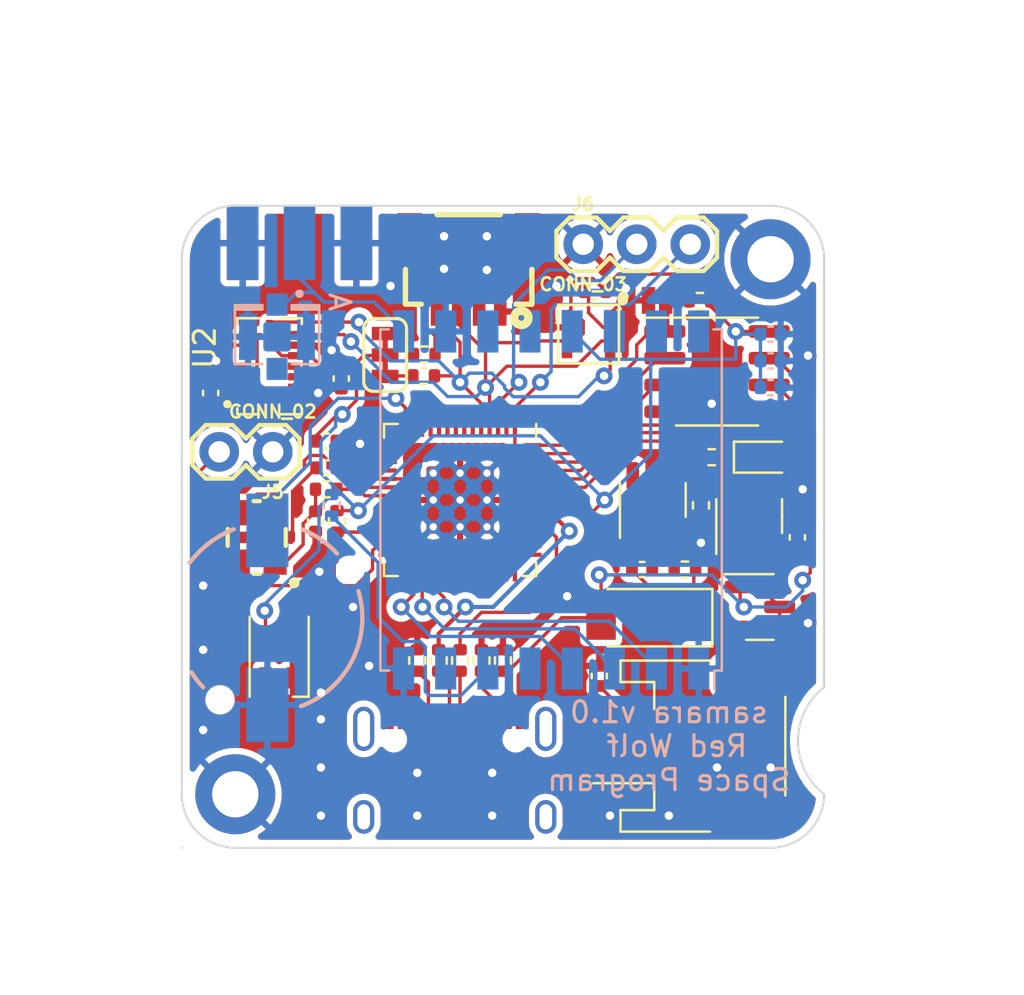
<source format=kicad_pcb>
(kicad_pcb (version 20211014) (generator pcbnew)
  (title_block (title "samara payload prototype") (company "Arkansas State University"))
  (layers (0 "F.Cu" signal) (31 "B.Cu" signal) (34 "B.Paste" user) (35 "F.Paste" user) (36 "B.SilkS" user "B.Silkscreen") (37 "F.SilkS" user "F.Silkscreen") (38 "B.Mask" user) (39 "F.Mask" user) (44 "Edge.Cuts" user))
  (net 0 "")
  (net 1 "/TX")
  (net 2 "/RX")
  (net 3 "/SDA")
  (net 4 "/SCL")
  (net 5 "/SCK")
  (net 6 "/PICO")
  (net 7 "/POCI")
  (net 8 "/ADR")
  (net 35 "Net-(P1-PadA6)")
  (net 36 "Net-(P1-PadA7)")
  (net 37 "Net-(P1-PadB5)")
  (net 39 "/RST")
  (net 40 "/NSS")
  (net 46 "+3V3")
  (net 48 "GND")
  (net 49 "Net-(C1-Pad2)")
  (net 50 "/QSPI_CS")
  (net 51 "/QSPI_DATA1")
  (net 52 "/QSPI_DATA2")
  (net 53 "/QSPI_DATA0")
  (net 54 "/QSPI_SCLK")
  (net 55 "/QSPI_DATA3")
  (net 56 "/D+")
  (net 57 "/D-")
  (net 58 "Net-(R11-Pad2)")
  (net 60 "VBUS")
  (net 61 "Net-(P1-PadA5)")
  (net 62 "+BATT")
  (net 63 "Net-(D1-Pad1)")
  (net 65 "Net-(C2-Pad2)")
  (net 66 "Net-(C4-Pad1)")
  (net 67 "Net-(R2-Pad2)")
  (net 68 "Net-(R8-Pad2)")
  (net 69 "Net-(R9-Pad1)")
  (net 70 "Net-(R14-Pad2)")
  (net 71 "/LED1")
  (net 73 "Net-(JP1-Pad3)")
  (net 74 "Net-(JP1-Pad1)")
  (net 76 "/BUZZ")
  (net 86 "Net-(J5-Pad2)")
  (net 87 "Net-(J2-Pad1)")
  (footprint "Connectors:1X02" (layer "F.Cu") (at 133.858 120.904 180)
    (fp_text reference "J5")
    (fp_text value "CONN_02")
  )
  (footprint "Resistor_SMD:R_0402_1005Metric" (layer "F.Cu") (at 141.0462 116.2812)
    (fp_text reference "R19" hide)
    (fp_text value "4.7K" hide)
  )
  (footprint "Package_TO_SOT_SMD:SOT-23" (layer "F.Cu") (at 156.972 128.27)
    (fp_text reference "Q1" hide)
    (fp_text value "DMG3418L" hide)
  )
  (footprint "Resistor_SMD:R_0402_1005Metric" (layer "F.Cu") (at 149.1488 113.284 180)
    (fp_text reference "R14" hide)
    (fp_text value "4.7K" hide)
  )
  (footprint "LED_SMD:LED_SK6805_PLCC4_2.4x2.7mm_P1.3mm" (layer "F.Cu") (at 134.1628 130.6322 90)
    (fp_text reference "D3" hide)
    (fp_text value "SK6805" hide)
  )
  (footprint "Package_SO:SOIC-8_3.9x4.9mm_P1.27mm" (layer "F.Cu") (at 154.94 117.094)
    (fp_text reference "U4" hide)
    (fp_text value "W25Q16JVSNIQ" hide)
  )
  (footprint "Capacitor_SMD:C_0402_1005Metric" (layer "F.Cu") (at 151.384 126.492)
    (fp_text reference "C4" hide)
    (fp_text value "10uF" hide)
  )
  (footprint "Resistor_SMD:R_0402_1005Metric" (layer "F.Cu") (at 153.416 126.492 180)
    (fp_text reference "R11" hide)
    (fp_text value "10K" hide)
  )
  (footprint "Resistor_SMD:R_0402_1005Metric" (layer "F.Cu") (at 136.398 122.682)
    (fp_text reference "R2" hide)
    (fp_text value "1K" hide)
  )
  (footprint "Connector_USB:USB_C_Receptacle_XKB_U262-16XN-4BVC11" (layer "F.Cu") (at 142.494 137.16)
    (fp_text reference "P1" hide)
    (fp_text value "USB_C_Plug_USB2.0" hide)
  )
  (footprint "Capacitor_SMD:C_0402_1005Metric" (layer "F.Cu") (at 136.398 120.396)
    (fp_text reference "C8" hide)
    (fp_text value "0.1uF" hide)
  )
  (footprint "Capacitor_SMD:C_0402_1005Metric" (layer "F.Cu") (at 149.352 131.544 90)
    (fp_text reference "C3" hide)
    (fp_text value "10uF" hide)
  )
  (footprint "Resistor_SMD:R_0402_1005Metric" (layer "F.Cu") (at 154.686 121.158 180)
    (fp_text reference "R8" hide)
    (fp_text value "10K" hide)
  )
  (footprint "Diode_SMD:D_SOD-128" (layer "F.Cu") (at 151.638 128.778 180)
    (fp_text reference "D2" hide)
    (fp_text value "D_Schottky_Small" hide)
  )
  (footprint "Silicon-Standard:LGA-8-2.5X2.5" (layer "F.Cu") (at 148.844 115.316 -90)
    (fp_text reference "U3" hide)
    (fp_text value "BME280" hide)
  )
  (footprint "Package_TO_SOT_SMD:SOT-23-5" (layer "F.Cu") (at 151.892 123.19 90)
    (fp_text reference "U7" hide)
    (fp_text value "LDS3985M33R" hide)
  )
  (footprint "Capacitor_SMD:C_0402_1005Metric" (layer "F.Cu") (at 135.89 124.206 90)
    (fp_text reference "C1" hide)
    (fp_text value "22pF" hide)
  )
  (footprint "Connectors:1X04_1MM_RA" (layer "F.Cu") (at 143.1544 114.243485 180)
    (fp_text reference "J3" hide)
    (fp_text value "I2C_STANDARDQWIIC" hide)
  )
  (footprint "Resistor_SMD:R_0402_1005Metric" (layer "F.Cu") (at 143.764 130.81 90)
    (fp_text reference "R7" hide)
    (fp_text value "5.1K" hide)
  )
  (footprint "Capacitor_SMD:C_0402_1005Metric" (layer "F.Cu") (at 137.1092 117.4242 -90)
    (fp_text reference "C6" hide)
    (fp_text value "10uF" hide)
  )
  (footprint "MountingHole:MountingHole_2.2mm_M2_DIN965_Pad_TopBottom" (layer "F.Cu") (at 157.48 111.76)
    (fp_text reference "H1" hide)
    (fp_text value "MountingHole_Pad" hide)
  )
  (footprint "Connectors:1X03" (layer "F.Cu") (at 148.59 111.0488)
    (fp_text reference "J6")
    (fp_text value "CONN_03")
  )
  (footprint "Package_TO_SOT_SMD:SOT-23-5" (layer "F.Cu") (at 156.464 123.952 90)
    (fp_text reference "U6" hide)
    (fp_text value "MCP73831" hide)
  )
  (footprint "Resistor_SMD:R_0402_1005Metric" (layer "F.Cu") (at 154.1272 113.7412 180)
    (fp_text reference "R3" hide)
    (fp_text value "10K" hide)
  )
  (footprint "Capacitor_SMD:C_0402_1005Metric" (layer "F.Cu") (at 130.9116 118.11 -90)
    (fp_text reference "C9" hide)
    (fp_text value "0.1uF" hide)
  )
  (footprint "Resistor_SMD:R_0402_1005Metric" (layer "F.Cu") (at 154.178 123.444 -90)
    (fp_text reference "R9" hide)
    (fp_text value "5.1K" hide)
  )
  (footprint "Resistor_SMD:R_0402_1005Metric" (layer "F.Cu") (at 136.906 124.206 -90)
    (fp_text reference "R1" hide)
    (fp_text value "10K" hide)
  )
  (footprint "MCU_RaspberryPi_and_Boards:RP2040-QFN-56" (layer "F.Cu") (at 142.748 123.19 -90)
    (fp_text reference "U1" hide)
    (fp_text value "RP2040" hide)
  )
  (footprint "BMI085:PQFN50P450X300X100-16N" (layer "F.Cu") (at 133.7056 116.84 90)
    (fp_text reference "U2")
    (fp_text value "BMI085")
  )
  (footprint "Capacitor_SMD:C_0402_1005Metric" (layer "F.Cu") (at 136.398 121.666)
    (fp_text reference "C2" hide)
    (fp_text value "22pF" hide)
  )
  (footprint "Resistor_SMD:R_0402_1005Metric" (layer "F.Cu") (at 141.0208 117.2972 180)
    (fp_text reference "R18" hide)
    (fp_text value "4.7K" hide)
  )
  (footprint "Capacitor_SMD:C_0402_1005Metric" (layer "F.Cu") (at 158.75 124.968 -90)
    (fp_text reference "C7" hide)
    (fp_text value "1uF" hide)
  )
  (footprint "Connector_JST:JST_PH_S2B-PH-SM4-TB_1x02-1MP_P2.00mm_Horizontal" (layer "F.Cu") (at 153.67 134.874 90)
    (fp_text reference "J1" hide)
    (fp_text value "CONN_02JST-PTH-2" hide)
  )
  (footprint "Resistor_SMD:R_0402_1005Metric" (layer "F.Cu") (at 141.732 130.81 90)
    (fp_text reference "R5" hide)
    (fp_text value "27" hide)
  )
  (footprint "Jumpers:SMT-JUMPER_3_2-NC_TRACE_SILK" (layer "F.Cu") (at 139.192 116.3066 -90)
    (fp_text reference "JP1" hide)
    (fp_text value "JUMPER-SMT_3_2-NC" hide)
  )
  (footprint "Resistor_SMD:R_0402_1005Metric" (layer "F.Cu") (at 140.716 130.81 90)
    (fp_text reference "R6" hide)
    (fp_text value "5.1K" hide)
  )
  (footprint "LED_SMD:LED_0603_1608Metric" (layer "F.Cu") (at 157.226 121.158)
    (fp_text reference "D1" hide)
    (fp_text value "LED" hide)
  )
  (footprint "Clocks:CRYSTAL-SMD-3.2X2.5MM" (layer "F.Cu") (at 133.096 124.968 90)
    (fp_text reference "Y1" hide)
    (fp_text value "CRYSTAL-12MHZ\"" hide)
  )
  (footprint "MountingHole:MountingHole_2.2mm_M2_DIN965_Pad_TopBottom" (layer "F.Cu") (at 132.08 137.16)
    (fp_text reference "H2" hide)
    (fp_text value "MountingHole_Pad" hide)
  )
  (footprint "Resistor_SMD:R_0402_1005Metric" (layer "F.Cu") (at 144.78 130.81 90)
    (fp_text reference "R10" hide)
    (fp_text value "10K" hide)
  )
  (footprint "Jumpers:SMT-JUMPER_2_NO_NO-SILK" (layer "F.Cu") (at 152.0952 113.7158)
    (fp_text reference "JP2" hide)
    (fp_text value "SolderJumper_2_Open" hide)
  )
  (footprint "Resistor_SMD:R_0402_1005Metric" (layer "F.Cu") (at 142.748 130.81 90)
    (fp_text reference "R4" hide)
    (fp_text value "27" hide)
  )
  (footprint "Connectors:U.FL" (layer "B.Cu") (at 134.0612 115.443 90)
    (fp_text reference "J4" hide)
    (fp_text value "U.FL" hide)
  )
  (footprint "Resistor_SMD:R_0402_1005Metric" (layer "B.Cu") (at 136.652 123.444 -90)
    (fp_text reference "R13" hide)
    (fp_text value "10K" hide)
  )
  (footprint "Capacitor_SMD:C_0402_1005Metric" (layer "B.Cu") (at 157.48 116.586 180)
    (fp_text reference "C12" hide)
    (fp_text value "100nF" hide)
  )
  (footprint "Electromechanical:BUZZER-CCV-KIT" (layer "B.Cu") (at 133.604 128.778 90)
    (fp_text reference "LS1" hide)
    (fp_text value "CBT-09427-SMT-TR" hide)
  )
  (footprint "Capacitor_SMD:C_0402_1005Metric" (layer "B.Cu") (at 157.48 117.856)
    (fp_text reference "C5" hide)
    (fp_text value "10uF" hide)
  )
  (footprint "CON-SMA-EDGE-S:RFSOLUTIONS_CON-SMA-EDGE-S" (layer "B.Cu") (at 135.128 110.998 -90)
    (fp_text reference "J2" hide)
    (fp_text value "CON-SMA-EDGE-S")
  )
  (footprint "Capacitor_SMD:C_0402_1005Metric" (layer "B.Cu") (at 157.48 115.316 180)
    (fp_text reference "C11" hide)
    (fp_text value "100nF" hide)
  )
  (footprint "RF_Module:HOPERF_RFM9XW_SMD" (layer "B.Cu") (at 147.066 123.19 90)
    (fp_text reference "U5" hide)
    (fp_text value "RFM95W-915S2" hide)
  )
  (gr_line (start 129.54 139.7) (end 129.54 139.7) (layer "Edge.Cuts") (width 0.1))
  (gr_arc (start 157.48 109.22) (mid 159.276051 109.963949) (end 160.02 111.76) (layer "Edge.Cuts") (width 0.1))
  (gr_arc (start 129.54 111.76) (mid 130.283949 109.963949) (end 132.08 109.22) (layer "Edge.Cuts") (width 0.1))
  (gr_line (start 132.08 109.22) (end 157.48 109.22) (layer "Edge.Cuts") (width 0.1))
  (gr_line (start 157.48 139.7) (end 132.08 139.7) (layer "Edge.Cuts") (width 0.1))
  (gr_arc (start 160.02 137.16) (mid 159.276051 138.956051) (end 157.48 139.7) (layer "Edge.Cuts") (width 0.1))
  (gr_line (start 129.54 137.16) (end 129.54 111.76) (layer "Edge.Cuts") (width 0.1))
  (gr_arc (start 132.08 139.7) (mid 130.283949 138.956051) (end 129.54 137.16) (layer "Edge.Cuts") (width 0.1))
  (gr_arc (start 160.02 137.16) (mid 158.781419 134.62) (end 160.02 132.08) (layer "Edge.Cuts") (width 0.1))
  (gr_line (start 160.02 132.08) (end 160.02 111.76) (layer "Edge.Cuts") (width 0.1))
  (gr_text "samara v1.0\nRed Wolf \nSpace Program" (at 152.654 134.874) (layer "B.SilkS") (effects (font (size 1 1)) (justify mirror)))
  (gr_text "A" (at 137.033 113.792 270) (layer "B.SilkS") (effects (font (size 1 1)) (justify mirror)))
  (segment (start 144.948 119.7525) (end 144.948 119.212) (width 0.16) (layer "F.Cu") (net 1))
  (segment (start 144.948 119.212) (end 146.558 117.602) (width 0.16) (layer "F.Cu") (net 1))
  (via (at 146.558 117.602) (size 0.8) (drill 0.4) (layers "F.Cu" "B.Cu") (net 1))
  (segment (start 150.808311 113.910489) (end 147.286489 113.910489) (width 0.16) (layer "B.Cu") (net 1))
  (segment (start 147.066 117.094) (end 146.558 117.602) (width 0.16) (layer "B.Cu") (net 1))
  (segment (start 147.066 114.130978) (end 147.066 117.094) (width 0.16) (layer "B.Cu") (net 1))
  (segment (start 147.286489 113.910489) (end 147.066 114.130978) (width 0.16) (layer "B.Cu") (net 1))
  (segment (start 153.67 111.0488) (end 150.808311 113.910489) (width 0.16) (layer "B.Cu") (net 1))
  (segment (start 144.548 119.7525) (end 144.548 118.596) (width 0.16) (layer "F.Cu") (net 2))
  (segment (start 144.548 118.596) (end 145.542 117.602) (width 0.16) (layer "F.Cu") (net 2))
  (via (at 145.542 117.602) (size 0.8) (drill 0.4) (layers "F.Cu" "B.Cu") (net 2))
  (segment (start 147.828 112.268) (end 146.928978 112.268) (width 0.16) (layer "B.Cu") (net 2))
  (segment (start 151.13 111.0488) (end 149.4028 112.776) (width 0.16) (layer "B.Cu") (net 2))
  (segment (start 146.928978 112.268) (end 145.286489 113.910489) (width 0.16) (layer "B.Cu") (net 2))
  (segment (start 149.4028 112.776) (end 148.336 112.776) (width 0.16) (layer "B.Cu") (net 2))
  (segment (start 145.286489 117.346489) (end 145.542 117.602) (width 0.16) (layer "B.Cu") (net 2))
  (segment (start 145.286489 113.910489) (end 145.286489 117.346489) (width 0.16) (layer "B.Cu") (net 2))
  (segment (start 148.336 112.776) (end 147.828 112.268) (width 0.16) (layer "B.Cu") (net 2))
  (segment (start 142.65656 114.84356) (end 142.65656 114.243485) (width 0.16) (layer "F.Cu") (net 3))
  (segment (start 141.5562 116.2812) (end 141.5562 115.3942) (width 0.16) (layer "F.Cu") (net 3))
  (segment (start 144.148 118.04104) (end 144.148 119.7525) (width 0.16) (layer "F.Cu") (net 3))
  (segment (start 143.955444 117.848484) (end 144.148 118.04104) (width 0.16) (layer "F.Cu") (net 3))
  (segment (start 144.963928 116.84) (end 148.25728 116.84) (width 0.16) (layer "F.Cu") (net 3))
  (segment (start 142.65656 113.44656) (end 142.65656 114.243485) (width 0.16) (layer "F.Cu") (net 3))
  (segment (start 149.4587 115.63858) (end 149.86762 115.63858) (width 0.16) (layer "F.Cu") (net 3))
  (segment (start 134.8656 115.34) (end 137.23904 115.34) (width 0.16) (layer "F.Cu") (net 3))
  (segment (start 141.5562 115.3942) (end 141.359366 115.197366) (width 0.16) (layer "F.Cu") (net 3))
  (segment (start 142.494 113.284) (end 142.65656 113.44656) (width 0.16) (layer "F.Cu") (net 3))
  (segment (start 148.25728 116.84) (end 149.4587 115.63858) (width 0.16) (layer "F.Cu") (net 3))
  (segment (start 143.955444 116.142444) (end 142.65656 114.84356) (width 0.16) (layer "F.Cu") (net 3))
  (segment (start 141.359366 115.197366) (end 141.076569 115.197366) (width 0.16) (layer "F.Cu") (net 3))
  (segment (start 141.076569 115.197366) (end 141.076569 113.289604) (width 0.16) (layer "F.Cu") (net 3))
  (segment (start 141.076569 113.289604) (end 141.082173 113.284) (width 0.16) (layer "F.Cu") (net 3))
  (segment (start 143.955444 117.848484) (end 143.955444 116.142444) (width 0.16) (layer "F.Cu") (net 3))
  (segment (start 143.955444 117.848484) (end 144.963928 116.84) (width 0.16) (layer "F.Cu") (net 3))
  (segment (start 141.082173 113.284) (end 142.494 113.284) (width 0.16) (layer "F.Cu") (net 3))
  (segment (start 137.23904 115.34) (end 137.56852 115.66948) (width 0.16) (layer "F.Cu") (net 3))
  (via (at 137.56852 115.66948) (size 0.8) (drill 0.4) (layers "F.Cu" "B.Cu") (net 3))
  (via (at 143.955444 117.848484) (size 0.8) (drill 0.4) (layers "F.Cu" "B.Cu") (net 3))
  (segment (start 142.157511 118.281511) (end 141.478 117.602) (width 0.16) (layer "B.Cu") (net 3))
  (segment (start 143.955444 117.848484) (end 143.522417 118.281511) (width 0.16) (layer "B.Cu") (net 3))
  (segment (start 143.522417 118.281511) (end 142.157511 118.281511) (width 0.16) (layer "B.Cu") (net 3))
  (segment (start 141.478 117.602) (end 139.50104 117.602) (width 0.16) (layer "B.Cu") (net 3))
  (segment (start 139.50104 117.602) (end 137.56852 115.66948) (width 0.16) (layer "B.Cu") (net 3))
  (segment (start 133.890809 114.744791) (end 133.7056 114.93) (width 0.16) (layer "F.Cu") (net 4))
  (segment (start 141.6558 114.243485) (end 141.6558 114.618135) (width 0.16) (layer "F.Cu") (net 4))
  (segment (start 143.748 118.602) (end 142.748 117.602) (width 0.16) (layer "F.Cu") (net 4))
  (segment (start 141.5308 117.2972) (end 142.4432 117.2972) (width 0.16) (layer "F.Cu") (net 4))
  (segment (start 149.86762 116.28882) (end 149.86762 117.01018) (width 0.16) (layer "F.Cu") (net 4))
  (segment (start 143.748 119.7525) (end 143.748 118.602) (width 0.16) (layer "F.Cu") (net 4))
  (segment (start 141.6558 114.618135) (end 142.748 115.710335) (width 0.16) (layer "F.Cu") (net 4))
  (segment (start 142.748 115.710335) (end 142.748 117.602) (width 0.16) (layer "F.Cu") (net 4))
  (segment (start 137.947936 114.744791) (end 133.890809 114.744791) (width 0.16) (layer "F.Cu") (net 4))
  (segment (start 142.4432 117.2972) (end 142.748 117.602) (width 0.16) (layer "F.Cu") (net 4))
  (segment (start 149.86762 117.01018) (end 149.5806 117.2972) (width 0.16) (layer "F.Cu") (net 4))
  (via (at 149.5806 117.2972) (size 0.8) (drill 0.4) (layers "F.Cu" "B.Cu") (net 4))
  (via (at 142.748 117.602) (size 0.8) (drill 0.4) (layers "F.Cu" "B.Cu") (net 4))
  (via (at 137.947936 114.744791) (size 0.8) (drill 0.4) (layers "F.Cu" "B.Cu") (net 4))
  (segment (start 145.266825 118.2878) (end 148.3614 118.2878) (width 0.16) (layer "B.Cu") (net 4))
  (segment (start 137.947936 114.744791) (end 137.947936 115.087936) (width 0.16) (layer "B.Cu") (net 4))
  (segment (start 144.862489 117.883464) (end 145.266825 118.2878) (width 0.16) (layer "B.Cu") (net 4))
  (segment (start 142.748 117.602) (end 143.181027 117.168973) (width 0.16) (layer "B.Cu") (net 4))
  (segment (start 149.352 117.2972) (end 149.5806 117.2972) (width 0.16) (layer "B.Cu") (net 4))
  (segment (start 141.732 116.586) (end 142.748 117.602) (width 0.16) (layer "B.Cu") (net 4))
  (segment (start 137.947936 115.087936) (end 139.446 116.586) (width 0.16) (layer "B.Cu") (net 4))
  (segment (start 143.181027 117.168973) (end 144.251662 117.168973) (width 0.16) (layer "B.Cu") (net 4))
  (segment (start 144.251662 117.168973) (end 144.862489 117.7798) (width 0.16) (layer "B.Cu") (net 4))
  (segment (start 139.446 116.586) (end 141.732 116.586) (width 0.16) (layer "B.Cu") (net 4))
  (segment (start 144.862489 117.7798) (end 144.862489 117.883464) (width 0.16) (layer "B.Cu") (net 4))
  (segment (start 148.3614 118.2878) (end 149.352 117.2972) (width 0.16) (layer "B.Cu") (net 4))
  (segment (start 140.548 127.676) (end 139.954 128.27) (width 0.16) (layer "F.Cu") (net 5))
  (segment (start 140.548 126.6275) (end 140.548 127.676) (width 0.16) (layer "F.Cu") (net 5))
  (via (at 139.954 128.27) (size 0.8) (drill 0.4) (layers "F.Cu" "B.Cu") (net 5))
  (segment (start 141.352551 129.668551) (end 139.954 128.27) (width 0.16) (layer "B.Cu") (net 5))
  (segment (start 148.066 131.19) (end 146.544551 129.668551) (width 0.16) (layer "B.Cu") (net 5))
  (segment (start 146.544551 129.668551) (end 141.352551 129.668551) (width 0.16) (layer "B.Cu") (net 5))
  (segment (start 140.948 126.6275) (end 140.948 128.248) (width 0.16) (layer "F.Cu") (net 6))
  (segment (start 140.948 128.248) (end 140.97 128.27) (width 0.16) (layer "F.Cu") (net 6))
  (via (at 140.97 128.27) (size 0.8) (drill 0.4) (layers "F.Cu" "B.Cu") (net 6))
  (segment (start 148.185031 129.309031) (end 142.009031 129.309031) (width 0.16) (layer "B.Cu") (net 6))
  (segment (start 150.066 131.19) (end 148.185031 129.309031) (width 0.16) (layer "B.Cu") (net 6))
  (segment (start 142.009031 129.309031) (end 140.97 128.27) (width 0.16) (layer "B.Cu") (net 6))
  (segment (start 141.348 126.6275) (end 141.348 127.183511) (width 0.16) (layer "F.Cu") (net 7))
  (segment (start 141.986 127.821511) (end 141.986 128.27) (width 0.16) (layer "F.Cu") (net 7))
  (segment (start 141.348 127.183511) (end 141.986 127.821511) (width 0.16) (layer "F.Cu") (net 7))
  (via (at 141.986 128.27) (size 0.8) (drill 0.4) (layers "F.Cu" "B.Cu") (net 7))
  (segment (start 149.825511 128.949511) (end 142.665511 128.949511) (width 0.16) (layer "B.Cu") (net 7))
  (segment (start 152.066 131.19) (end 149.825511 128.949511) (width 0.16) (layer "B.Cu") (net 7))
  (segment (start 142.665511 128.949511) (end 141.986 128.27) (width 0.16) (layer "B.Cu") (net 7))
  (segment (start 141.734 131.32) (end 142.244 131.83) (width 0.16) (layer "F.Cu") (net 35))
  (segment (start 141.732 131.32) (end 141.734 131.32) (width 0.16) (layer "F.Cu") (net 35))
  (segment (start 142.244 131.83) (end 142.244 133.49) (width 0.16) (layer "F.Cu") (net 35))
  (segment (start 142.744 131.324) (end 142.744 133.49) (width 0.16) (layer "F.Cu") (net 36))
  (segment (start 142.748 131.32) (end 142.744 131.324) (width 0.16) (layer "F.Cu") (net 36))
  (segment (start 144.244 132.56) (end 144.244 133.49) (width 0.16) (layer "F.Cu") (net 37))
  (segment (start 143.764 132.08) (end 144.244 132.56) (width 0.16) (layer "F.Cu") (net 37))
  (segment (start 143.764 131.32) (end 143.764 132.08) (width 0.16) (layer "F.Cu") (net 37))
  (segment (start 144.066 131.19) (end 142.786489 132.469511) (width 0.16) (layer "B.Cu") (net 39))
  (segment (start 138.855511 126.157511) (end 136.652 123.954) (width 0.16) (layer "B.Cu") (net 39))
  (segment (start 141.286489 132.469511) (end 141.097 132.280022) (width 0.16) (layer "B.Cu") (net 39))
  (segment (start 138.855511 128.746311) (end 138.855511 126.157511) (width 0.16) (layer "B.Cu") (net 39))
  (segment (start 141.097 132.280022) (end 141.097 130.161978) (width 0.16) (layer "B.Cu") (net 39))
  (segment (start 140.845511 129.910489) (end 140.019689 129.910489) (width 0.16) (layer "B.Cu") (net 39))
  (segment (start 141.097 130.161978) (end 140.845511 129.910489) (width 0.16) (layer "B.Cu") (net 39))
  (segment (start 140.019689 129.910489) (end 138.855511 128.746311) (width 0.16) (layer "B.Cu") (net 39))
  (segment (start 142.786489 132.469511) (end 141.286489 132.469511) (width 0.16) (layer "B.Cu") (net 39))
  (segment (start 146.193288 115.63858) (end 147.82038 115.63858) (width 0.16) (layer "F.Cu") (net 46))
  (segment (start 150.942 122.0525) (end 150.7435 122.0525) (width 0.16) (layer "F.Cu") (net 46))
  (segment (start 144.5006 115.7224) (end 146.109468 115.7224) (width 0.16) (layer "F.Cu") (net 46))
  (segment (start 138.176 116.332) (end 138.78548 116.332) (width 0.16) (layer "F.Cu") (net 46))
  (segment (start 136.2482 116.9442) (end 137.1092 116.9442) (width 0.16) (layer "F.Cu") (net 46))
  (segment (start 143.65224 114.87404) (end 144.5006 115.7224) (width 0.16) (layer "F.Cu") (net 46))
  (segment (start 148.589035 114.702915) (end 148.2293 114.34318) (width 0.16) (layer "F.Cu") (net 46))
  (segment (start 145.348 119.7525) (end 145.348 123.456011) (width 0.16) (layer "F.Cu") (net 46))
  (segment (start 131.2016 117.34) (end 130.9116 117.63) (width 0.16) (layer "F.Cu") (net 46))
  (segment (start 133.11512 117.102077) (end 133.11512 115.53552) (width 0.16) (layer "F.Cu") (net 46))
  (segment (start 145.681989 123.79) (end 145.46848 124.003509) (width 0.16) (layer "F.Cu") (net 46))
  (segment (start 137.922 116.586) (end 138.176 116.332) (width 0.16) (layer "F.Cu") (net 46))
  (segment (start 137.1092 116.9442) (end 137.5638 116.9442) (width 0.16) (layer "F.Cu") (net 46))
  (segment (start 143.65224 114.243485) (end 143.65224 114.87404) (width 0.16) (layer "F.Cu") (net 46))
  (segment (start 132.877197 117.34) (end 133.11512 117.102077) (width 0.16) (layer "F.Cu") (net 46))
  (segment (start 133.11512 115.53552) (end 132.9196 115.34) (width 0.16) (layer "F.Cu") (net 46))
  (segment (start 149.606 123.19) (end 149.006 123.79) (width 0.16) (layer "F.Cu") (net 46))
  (segment (start 135.644 116.34) (end 136.2482 116.9442) (width 0.16) (layer "F.Cu") (net 46))
  (segment (start 154.6372 113.7412) (end 153.362909 112.466909) (width 0.16) (layer "F.Cu") (net 46))
  (segment (start 137.830671 116.677329) (end 137.922 116.586) (width 0.16) (layer "F.Cu") (net 46))
  (segment (start 132.5456 117.34) (end 131.2016 117.34) (width 0.16) (layer "F.Cu") (net 46))
  (segment (start 137.830671 118.455329) (end 137.830671 116.677329) (width 0.16) (layer "F.Cu") (net 46))
  (segment (start 145.348 123.456011) (end 145.681989 123.79) (width 0.16) (layer "F.Cu") (net 46))
  (segment (start 148.2293 114.34318) (end 147.82038 114.34318) (width 0.16) (layer "F.Cu") (net 46))
  (segment (start 148.332101 112.68448) (end 148.0058 113.010781) (width 0.16) (layer "F.Cu") (net 46))
  (segment (start 146.1855 123.79) (end 145.681989 123.79) (width 0.16) (layer "F.Cu") (net 46))
  (segment (start 137.92 123.696) (end 137.922 123.698) (width 0.16) (layer "F.Cu") (net 46))
  (segment (start 133.5128 129.6322) (end 133.5128 128.4836) (width 0.16) (layer "F.Cu") (net 46))
  (segment (start 137.5638 116.9442) (end 137.922 116.586) (width 0.16) (layer "F.Cu") (net 46))
  (segment (start 145.46848 125.176491) (end 145.681989 125.39) (width 0.16) (layer "F.Cu") (net 46))
  (segment (start 150.270691 112.466909) (end 149.7838 112.9538) (width 0.16) (layer "F.Cu") (net 46))
  (segment (start 134.284003 116.34) (end 134.8656 116.34) (width 0.16) (layer "F.Cu") (net 46))
  (segment (start 145.681989 125.39) (end 146.1855 125.39) (width 0.16) (layer "F.Cu") (net 46))
  (segment (start 148.0058 114.15776) (end 147.82038 114.34318) (width 0.16) (layer "F.Cu") (net 46))
  (segment (start 148.589035 115.278845) (end 148.589035 114.702915) (width 0.16) (layer "F.Cu") (net 46))
  (segment (start 132.9196 115.34) (end 132.5456 115.34) (width 0.16) (layer "F.Cu") (net 46))
  (segment (start 149.6588 113.284) (end 149.05928 112.68448) (width 0.16) (layer "F.Cu") (net 46))
  (segment (start 145.46848 124.003509) (end 145.46848 125.176491) (width 0.16) (layer "F.Cu") (net 46))
  (segment (start 150.7435 122.0525) (end 149.606 123.19) (width 0.16) (layer "F.Cu") (net 46))
  (segment (start 146.109468 115.7224) (end 146.193288 115.63858) (width 0.16) (layer "F.Cu") (net 46))
  (segment (start 148.0058 113.010781) (end 148.0058 114.15776) (width 0.16) (layer "F.Cu") (net 46))
  (segment (start 146.1855 125.39) (end 146.1855 125.79) (width 0.16) (layer "F.Cu") (net 46))
  (segment (start 153.362909 112.466909) (end 150.270691 112.466909) (width 0.16) (layer "F.Cu") (net 46))
  (segment (start 154.6372 113.7412) (end 154.6372 113.9972) (width 0.16) (layer "F.Cu") (net 46))
  (segment (start 137.16 119.126) (end 137.830671 118.455329) (width 0.16) (layer "F.Cu") (net 46))
  (segment (start 149.05928 112.68448) (end 148.332101 112.68448) (width 0.16) (layer "F.Cu") (net 46))
  (segment (start 133.5128 128.4836) (end 133.477 128.4478) (width 0.16) (layer "F.Cu") (net 46))
  (segment (start 132.5456 117.34) (end 132.877197 117.34) (width 0.16) (layer "F.Cu") (net 46))
  (segment (start 136.906 123.696) (end 137.92 123.696) (width 0.16) (layer "F.Cu") (net 46))
  (segment (start 132.5456 115.34) (end 133.284003 115.34) (width 0.16) (layer "F.Cu") (net 46))
  (segment (start 147.82038 115.63858) (end 148.2293 115.63858) (width 0.16) (layer "F.Cu") (net 46))
  (segment (start 155.829 115.189) (end 157.415 115.189) (width 0.16) (layer "F.Cu") (net 46))
  (segment (start 133.284003 115.34) (end 134.284003 116.34) (width 0.16) (layer "F.Cu") (net 46))
  (segment (start 154.6372 113.9972) (end 155.829 115.189) (width 0.16) (layer "F.Cu") (net 46))
  (segment (start 135.918 120.142) (end 136.934 119.126) (width 0.16) (layer "F.Cu") (net 46))
  (segment (start 136.934 119.126) (end 137.16 119.126) (width 0.16) (layer "F.Cu") (net 46))
  (segment (start 134.8656 116.34) (end 135.644 116.34) (width 0.16) (layer "F.Cu") (net 46))
  (segment (start 149.006 123.79) (end 146.1855 123.79) (width 0.16) (layer "F.Cu") (net 46))
  (segment (start 148.2293 115.63858) (end 148.589035 115.278845) (width 0.16) (layer "F.Cu") (net 46))
  (via (at 133.477 128.4478) (size 0.8) (drill 0.4) (layers "F.Cu" "B.Cu") (net 46))
  (via (at 155.829 115.189) (size 0.8) (drill 0.4) (layers "F.Cu" "B.Cu") (net 46))
  (via (at 137.922 123.698) (size 0.8) (drill 0.4) (layers "F.Cu" "B.Cu") (net 46))
  (via (at 149.606 123.19) (size 0.8) (drill 0.4) (layers "F.Cu" "B.Cu") (net 46))
  (via (at 137.16 119.126) (size 0.8) (drill 0.4) (layers "F.Cu" "B.Cu") (net 46))
  (segment (start 155.8036 116.5098) (end 155.829 116.4844) (width 0.16) (layer "B.Cu") (net 46))
  (segment (start 136.05248 125.56752) (end 136.05248 123.53352) (width 0.16) (layer "B.Cu") (net 46))
  (segment (start 151.7904 121.0056) (end 151.7904 116.5098) (width 0.16) (layer "B.Cu") (net 46))
  (segment (start 157 115.316) (end 155.956 115.316) (width 0.16) (layer "B.Cu") (net 46))
  (segment (start 149.606 123.19) (end 151.7904 121.0056) (width 0.16) (layer "B.Cu") (net 46))
  (segment (start 133.477 128.143) (end 136.05248 125.56752) (width 0.16) (layer "B.Cu") (net 46))
  (segment (start 151.7904 116.5098) (end 155.8036 116.5098) (width 0.16) (layer "B.Cu") (net 46))
  (segment (start 149.3858 116.5098) (end 151.7904 116.5098) (width 0.16) (layer "B.Cu") (net 46))
  (segment (start 157 116.586) (end 157 115.316) (width 0.16) (layer "B.Cu") (net 46))
  (segment (start 133.477 128.4478) (end 133.477 128.143) (width 0.16) (layer "B.Cu") (net 46))
  (segment (start 136.840009 119.445991) (end 136.840009 119.700429) (width 0.16) (layer "B.Cu") (net 46))
  (segment (start 149.606 123.19) (end 146.558 120.142) (width 0.16) (layer "B.Cu") (net 46))
  (segment (start 148.066 115.19) (end 149.3858 116.5098) (width 0.16) (layer "B.Cu") (net 46))
  (segment (start 136.840009 119.700429) (end 136.144 120.396438) (width 0.16) (layer "B.Cu") (net 46))
  (segment (start 157 117.856) (end 157 116.586) (width 0.16) (layer "B.Cu") (net 46))
  (segment (start 136.144 120.396438) (end 136.144 121.92) (width 0.16) (layer "B.Cu") (net 46))
  (segment (start 136.652 122.934) (end 137.158 122.934) (width 0.16) (layer "B.Cu") (net 46))
  (segment (start 155.829 115.189) (end 155.829 116.4844) (width 0.16) (layer "B.Cu") (net 46))
  (segment (start 141.478 120.142) (end 137.922 123.698) (width 0.16) (layer "B.Cu") (net 46))
  (segment (start 137.16 119.126) (end 136.840009 119.445991) (width 0.16) (layer "B.Cu") (net 46))
  (segment (start 136.05248 123.53352) (end 136.652 122.934) (width 0.16) (layer "B.Cu") (net 46))
  (segment (start 137.158 122.934) (end 137.922 123.698) (width 0.16) (layer "B.Cu") (net 46))
  (segment (start 155.956 115.316) (end 155.829 115.189) (width 0.16) (layer "B.Cu") (net 46))
  (segment (start 136.144 121.92) (end 137.922 123.698) (width 0.16) (layer "B.Cu") (net 46))
  (segment (start 146.558 120.142) (end 141.478 120.142) (width 0.16) (layer "B.Cu") (net 46))
  (segment (start 150.61142 113.59938) (end 149.86762 114.34318) (width 0.16) (layer "F.Cu") (net 48))
  (segment (start 151.269913 123.38548) (end 150.614087 123.38548) (width 0.16) (layer "F.Cu") (net 48))
  (segment (start 157.546433 123.952) (end 156.718 123.952) (width 0.16) (layer "F.Cu") (net 48))
  (segment (start 140.716 130.3) (end 139.444 131.572) (width 0.16) (layer "F.Cu") (net 48))
  (segment (start 134.799181 124.280819) (end 134.799181 124.673471) (width 0.16) (layer "F.Cu") (net 48))
  (segment (start 150.114 124.46) (end 147.828 126.746) (width 0.16) (layer "F.Cu") (net 48))
  (segment (start 136.878 120.396) (end 138.672 122.19) (width 0.16) (layer "F.Cu") (net 48))
  (segment (start 150.61142 113.14642) (end 150.61142 113.59938) (width 0.16) (layer "F.Cu") (net 48))
  (segment (start 131.4196 116.84) (end 131.1656 116.586) (width 0.16) (layer "F.Cu") (net 48))
  (segment (start 139.444 131.572) (end 139.444 133.49) (width 0.16) (layer "F.Cu") (net 48))
  (segment (start 131.9116 115.84) (end 131.1656 116.586) (width 0.16) (layer "F.Cu") (net 48))
  (segment (start 152.4 123.19) (end 151.892 123.698) (width 0.16) (layer "F.Cu") (net 48))
  (segment (start 154.305 118.999) (end 154.686 118.618) (width 0.16) (layer "F.Cu") (net 48))
  (segment (start 134.8656 115.84) (end 135.188759 115.84) (width 0.16) (layer "F.Cu") (net 48))
  (segment (start 157.99352 124.69152) (end 158.75 125.448) (width 0.16) (layer "F.Cu") (net 48))
  (segment (start 141.198 122.19) (end 141.473 121.915) (width 0.16) (layer "F.Cu") (net 48))
  (segment (start 135.918 121.666) (end 134.799181 122.784819) (width 0.16) (layer "F.Cu") (net 48))
  (segment (start 156.464 125.0895) (end 156.464 125.984) (width 0.16) (layer "F.Cu") (net 48))
  (segment (start 134.799181 122.784819) (end 134.799181 124.280819) (width 0.16) (layer "F.Cu") (net 48))
  (segment (start 132.5456 116.84) (end 131.4196 116.84) (width 0.16) (layer "F.Cu") (net 48))
  (segment (start 134.504652 124.968) (end 131.572 124.968) (width 0.16) (layer "F.Cu") (net 48))
  (segment (start 155.194 126.238) (end 154.178 125.222) (width 0.16) (layer "F.Cu") (net 48))
  (segment (start 138.672 122.19) (end 139.3105 122.19) (width 0.16) (layer "F.Cu") (net 48))
  (segment (start 135.89 124.686) (end 135.89 126.4158) (width 0.16) (layer "F.Cu") (net 48))
  (segment (start 144.78 130.3) (end 145.29 130.3) (width 0.16) (layer "F.Cu") (net 48))
  (segment (start 156.718 123.952) (end 156.464 124.206) (width 0.16) (layer "F.Cu") (net 48))
  (segment (start 132.5456 115.84) (end 131.9116 115.84) (width 0.16) (layer "F.Cu") (net 48))
  (segment (start 151.892 124.007567) (end 151.269913 123.38548) (width 0.16) (layer "F.Cu") (net 48))
  (segment (start 143.764 130.3) (end 144.78 130.3) (width 0.16) (layer "F.Cu") (net 48))
  (segment (start 156.464 125.984) (end 156.21 126.238) (width 0.16) (layer "F.Cu") (net 48))
  (segment (start 154.178 123.954) (end 153.414 123.19) (width 0.16) (layer "F.Cu") (net 48))
  (segment (start 151.892 126.464) (end 151.864 126.492) (width 0.16) (layer "F.Cu") (net 48))
  (segment (start 134.799181 124.673471) (end 134.504652 124.968) (width 0.16) (layer "F.Cu") (net 48))
  (segment (start 152.465 118.999) (end 154.305 118.999) (width 0.16) (layer "F.Cu") (net 48))
  (segment (start 145.29 130.3) (end 147.828 127.762) (width 0.16) (layer "F.Cu") (net 48))
  (segment (start 154.178 123.954) (end 154.178 125.222) (width 0.16) (layer "F.Cu") (net 48))
  (segment (start 135.273259 115.9245) (end 136.4985 115.9245) (width 0.16) (layer "F.Cu") (net 48))
  (segment (start 157.99352 124.399087) (end 157.546433 123.952) (width 0.16) (layer "F.Cu") (net 48))
  (segment (start 135.188759 115.84) (end 135.273259 115.9245) (width 0.16) (layer "F.Cu") (net 48))
  (segment (start 150.614087 123.38548) (end 150.114 123.885567) (width 0.16) (layer "F.Cu") (net 48))
  (segment (start 150.114 123.885567) (end 150.114 124.46) (width 0.16) (layer "F.Cu") (net 48))
  (segment (start 147.828 126.746) (end 147.828 127.762) (width 0.16) (layer "F.Cu") (net 48))
  (segment (start 139.3105 122.19) (end 141.198 122.19) (width 0.16) (layer "F.Cu") (net 48))
  (segment (start 151.892 123.698) (end 151.892 124.3275) (width 0.16) (layer "F.Cu") (net 48))
  (segment (start 153.414 123.19) (end 152.4 123.19) (width 0.16) (layer "F.Cu") (net 48))
  (segment (start 135.89 126.4158) (end 136.0678 126.5936) (width 0.16) (layer "F.Cu") (net 48))
  (segment (start 156.21 126.238) (end 155.194 126.238) (width 0.16) (layer "F.Cu") (net 48))
  (segment (start 151.892 124.3275) (end 151.892 126.464) (width 0.16) (layer "F.Cu") (net 48))
  (segment (start 136.4985 115.9245) (end 136.652 116.078) (width 0.16) (layer "F.Cu") (net 48))
  (segment (start 156.464 124.206) (end 156.464 125.0895) (width 0.16) (layer "F.Cu") (net 48))
  (segment (start 157.99352 124.69152) (end 157.99352 124.399087) (width 0.16) (layer "F.Cu") (net 48))
  (via (at 150.61142 113.14642) (size 0.8) (drill 0.4) (layers "F.Cu" "B.Cu") (net 48))
  (via (at 159.004 122.682) (size 0.8) (drill 0.4) (layers "F.Cu" "B.Cu") (net 48))
  (via (at 139.446 113.03) (size 0.8) (drill 0.4) (layers "F.Cu" "B.Cu") (net 48))
  (via (at 141.986 112.2172) (size 0.8) (drill 0.4) (layers "F.Cu" "B.Cu") (net 48))
  (via (at 131.1656 116.586) (size 0.8) (drill 0.4) (layers "F.Cu" "B.Cu") (net 48))
  (via (at 130.556 134.112) (size 0.8) (drill 0.4) (layers "F.Cu" "B.Cu") (net 48))
  (via (at 144.018 112.268) (size 0.8) (drill 0.4) (layers "F.Cu" "B.Cu") (net 48))
  (via (at 147.828 127.762) (size 0.8) (drill 0.4) (layers "F.Cu" "B.Cu") (net 48))
  (via (at 136.144 135.89) (size 0.8) (drill 0.4) (layers "F.Cu" "B.Cu") (net 48))
  (via (at 136.0678 126.5936) (size 0.8) (drill 0.4) (layers "F.Cu" "B.Cu") (net 48))
  (via (at 154.94 135.89) (size 0.8) (drill 0.4) (layers "F.Cu" "B.Cu") (net 48))
  (via (at 130.556 127.254) (size 0.8) (drill 0.4) (layers "F.Cu" "B.Cu") (net 48))
  (via (at 136.017 118.11) (size 0.8) (drill 0.4) (layers "F.Cu" "B.Cu") (net 48))
  (via (at 144.272 136.144) (size 0.8) (drill 0.4) (layers "F.Cu" "B.Cu") (net 48))
  (via (at 154.178 125.222) (size 0.8) (drill 0.4) (layers "F.Cu" "B.Cu") (net 48))
  (via (at 144.272 138.176) (size 0.8) (drill 0.4) (layers "F.Cu" "B.Cu") (net 48))
  (via (at 159.258 116.332) (size 0.8) (drill 0.4) (layers "F.Cu" "B.Cu") (net 48))
  (via (at 154.686 118.618) (size 0.8) (drill 0.4) (layers "F.Cu" "B.Cu") (net 48))
  (via (at 130.556 130.302) (size 0.8) (drill 0.4) (layers "F.Cu" "B.Cu") (net 48))
  (via (at 137.668 128.27) (size 0.8) (drill 0.4) (layers "F.Cu" "B.Cu") (net 48))
  (via (at 157.48 135.89) (size 0.8) (drill 0.4) (layers "F.Cu" "B.Cu") (net 48))
  (via (at 140.716 138.176) (size 0.8) (drill 0.4) (layers "F.Cu" "B.Cu") (net 48))
  (via (at 147.32 113.03) (size 0.8) (drill 0.4) (layers "F.Cu" "B.Cu") (net 48))
  (via (at 141.986 110.670458) (size 0.8) (drill 0.4) (layers "F.Cu" "B.Cu") (net 48))
  (via (at 159.258 129.032) (size 0.8) (drill 0.4) (layers "F.Cu" "B.Cu") (net 48))
  (via (at 137.9982 120.523) (size 0.8) (drill 0.4) (layers "F.Cu" "B.Cu") (net 48))
  (via (at 136.652 116.078) (size 0.8) (drill 0.4) (layers "F.Cu" "B.Cu") (net 48))
  (via (at 149.86 138.176) (size 0.8) (drill 0.4) (layers "F.Cu" "B.Cu") (net 48))
  (via (at 136.144 133.604) (size 0.8) (drill 0.4) (layers "F.Cu" "B.Cu") (net 48))
  (via (at 144.018 110.670458) (size 0.8) (drill 0.4) (layers "F.Cu" "B.Cu") (net 48))
  (via (at 136.144 132.334) (size 0.8) (drill 0.4) (layers "F.Cu" "B.Cu") (net 48))
  (via (at 140.716 136.144) (size 0.8) (drill 0.4) (layers "F.Cu" "B.Cu") (net 48))
  (via (at 152.654 138.176) (size 0.8) (drill 0.4) (layers "F.Cu" "B.Cu") (net 48))
  (via (at 136.144 138.176) (size 0.8) (drill 0.4) (layers "F.Cu" "B.Cu") (net 48))
  (via (at 138.43 131.064) (size 0.8) (drill 0.4) (layers "F.Cu" "B.Cu") (net 48))
  (segment (start 134.46252 126.14148) (end 133.96976 126.14148) (width 0.16) (layer "F.Cu") (net 49))
  (segment (start 135.89 122.684) (end 135.888 122.682) (width 0.16) (layer "F.Cu") (net 49))
  (segment (start 135.30048 124.31552) (end 135.30048 125.30352) (width 0.16) (layer "F.Cu") (net 49))
  (segment (start 135.30048 125.30352) (end 134.46252 126.14148) (width 0.16) (layer "F.Cu") (net 49))
  (segment (start 135.89 123.726) (end 135.89 122.684) (width 0.16) (layer "F.Cu") (net 49))
  (segment (start 135.89 123.726) (end 135.30048 124.31552) (width 0.16) (layer "F.Cu") (net 49))
  (segment (start 153.6172 113.7412) (end 152.6032 113.7412) (width 0.16) (layer "F.Cu") (net 50))
  (segment (start 151.13 116.516372) (end 150.815786 116.830586) (width 0.16) (layer "F.Cu") (net 50))
  (segment (start 151.13 115.824) (end 151.13 116.516372) (width 0.16) (layer "F.Cu") (net 50))
  (segment (start 150.815786 116.830586) (end 150.620905 117.025467) (width 0.16) (layer "F.Cu") (net 50))
  (segment (start 152.465 115.189) (end 151.765 115.189) (width 0.16) (layer "F.Cu") (net 50))
  (segment (start 150.620905 118.108905) (end 148.13981 120.59) (width 0.16) (layer "F.Cu") (net 50))
  (segment (start 151.765 115.189) (end 151.13 115.824) (width 0.16) (layer "F.Cu") (net 50))
  (segment (start 152.6032 115.0508) (end 152.465 115.189) (width 0.16) (layer "F.Cu") (net 50))
  (segment (start 148.13981 120.59) (end 146.1855 120.59) (width 0.16) (layer "F.Cu") (net 50))
  (segment (start 152.6032 113.7412) (end 152.6032 115.0508) (width 0.16) (layer "F.Cu") (net 50))
  (segment (start 150.620905 117.025467) (end 150.620905 118.108905) (width 0.16) (layer "F.Cu") (net 50))
  (segment (start 151.129124 118.109124) (end 148.248248 120.99) (width 0.16) (layer "F.Cu") (net 51))
  (segment (start 148.248248 120.99) (end 146.1855 120.99) (width 0.16) (layer "F.Cu") (net 51))
  (segment (start 152.152567 116.459) (end 151.129124 117.482443) (width 0.16) (layer "F.Cu") (net 51))
  (segment (start 151.129124 117.482443) (end 151.129124 118.109124) (width 0.16) (layer "F.Cu") (net 51))
  (segment (start 152.465 116.459) (end 152.152567 116.459) (width 0.16) (layer "F.Cu") (net 51))
  (segment (start 152.017686 117.729) (end 148.356686 121.39) (width 0.16) (layer "F.Cu") (net 52))
  (segment (start 148.356686 121.39) (end 146.1855 121.39) (width 0.16) (layer "F.Cu") (net 52))
  (segment (start 152.465 117.729) (end 152.017686 117.729) (width 0.16) (layer "F.Cu") (net 52))
  (segment (start 156.78 119.634) (end 150.621124 119.634) (width 0.16) (layer "F.Cu") (net 53))
  (segment (start 157.415 118.999) (end 156.78 119.634) (width 0.16) (layer "F.Cu") (net 53))
  (segment (start 148.465124 121.79) (end 146.1855 121.79) (width 0.16) (layer "F.Cu") (net 53))
  (segment (start 150.621124 119.634) (end 148.465124 121.79) (width 0.16) (layer "F.Cu") (net 53))
  (segment (start 158.75 118.751567) (end 158.75 119.246433) (width 0.16) (layer "F.Cu") (net 54))
  (segment (start 157.727433 117.729) (end 158.75 118.751567) (width 0.16) (layer "F.Cu") (net 54))
  (segment (start 158.75 119.246433) (end 158.002913 119.99352) (width 0.16) (layer "F.Cu") (net 54))
  (segment (start 158.002913 119.99352) (end 150.770042 119.99352) (width 0.16) (layer "F.Cu") (net 54))
  (segment (start 150.770042 119.99352) (end 148.573562 122.19) (width 0.16) (layer "F.Cu") (net 54))
  (segment (start 157.415 117.729) (end 157.727433 117.729) (width 0.16) (layer "F.Cu") (net 54))
  (segment (start 148.573562 122.19) (end 146.1855 122.19) (width 0.16) (layer "F.Cu") (net 54))
  (segment (start 159.10952 119.395351) (end 159.10952 118.602649) (width 0.16) (layer "F.Cu") (net 55))
  (segment (start 146.1855 122.59) (end 148.682 122.59) (width 0.16) (layer "F.Cu") (net 55))
  (segment (start 158.108871 120.396) (end 159.10952 119.395351) (width 0.16) (layer "F.Cu") (net 55))
  (segment (start 157.415 116.459) (end 157.727433 116.459) (width 0.16) (layer "F.Cu") (net 55))
  (segment (start 159.10952 118.602649) (end 158.75 118.243129) (width 0.16) (layer "F.Cu") (net 55))
  (segment (start 158.75 117.481567) (end 158.75 118.243129) (width 0.16) (layer "F.Cu") (net 55))
  (segment (start 157.727433 116.459) (end 158.75 117.481567) (width 0.16) (layer "F.Cu") (net 55))
  (segment (start 148.682 122.59) (end 150.876 120.396) (width 0.16) (layer "F.Cu") (net 55))
  (segment (start 150.876 120.396) (end 158.108871 120.396) (width 0.16) (layer "F.Cu") (net 55))
  (segment (start 143.002 128.27) (end 143 128.27) (width 0.2) (layer "F.Cu") (net 56))
  (segment (start 147.453646 124.19) (end 147.927764 124.664118) (width 0.2) (layer "F.Cu") (net 56))
  (segment (start 143 128.27) (end 141.732 129.538) (width 0.2) (layer "F.Cu") (net 56))
  (segment (start 141.732 129.538) (end 141.732 130.3) (width 0.2) (layer "F.Cu") (net 56))
  (segment (start 146.1855 124.19) (end 147.453646 124.19) (width 0.2) (layer "F.Cu") (net 56))
  (via (at 147.927764 124.664118) (size 0.8) (drill 0.4) (layers "F.Cu" "B.Cu") (net 56))
  (via (at 143.002 128.27) (size 0.8) (drill 0.4) (layers "F.Cu" "B.Cu") (net 56))
  (segment (start 147.927764 124.664118) (end 144.321882 128.27) (width 0.2) (layer "B.Cu") (net 56))
  (segment (start 144.321882 128.27) (end 143.002 128.27) (width 0.2) (layer "B.Cu") (net 56))
  (segment (start 142.748 129.538) (end 142.748 130.3) (width 0.16) (layer "F.Cu") (net 57))
  (segment (start 143.762 128.524) (end 146.05 128.524) (width 0.16) (layer "F.Cu") (net 57))
  (segment (start 146.942 124.59) (end 146.1855 124.59) (width 0.16) (layer "F.Cu") (net 57))
  (segment (start 147.32 127.254) (end 147.32 124.968) (width 0.16) (layer "F.Cu") (net 57))
  (segment (start 147.32 124.968) (end 146.942 124.59) (width 0.16) (layer "F.Cu") (net 57))
  (segment (start 146.05 128.524) (end 147.32 127.254) (width 0.16) (layer "F.Cu") (net 57))
  (segment (start 142.748 129.538) (end 143.762 128.524) (width 0.16) (layer "F.Cu") (net 57))
  (segment (start 152.906 124.8995) (end 152.842 124.8355) (width 0.16) (layer "F.Cu") (net 58))
  (segment (start 152.906 126.492) (end 152.906 124.8995) (width 0.16) (layer "F.Cu") (net 58))
  (segment (start 149.438 128.778) (end 149.438 126.832) (width 0.16) (layer "F.Cu") (net 60))
  (segment (start 159.36352 125.10152) (end 158.75 124.488) (width 0.16) (layer "F.Cu") (net 60))
  (segment (start 158.75 124.488) (end 158.75 124.1505) (width 0.16) (layer "F.Cu") (net 60))
  (segment (start 156.0345 128.0945) (end 156.21 128.27) (width 0.16) (layer "F.Cu") (net 60))
  (segment (start 140.314489 134.344511) (end 144.673511 134.344511) (width 0.16) (layer "F.Cu") (net 60))
  (segment (start 144.78 131.32) (end 145.032 131.32) (width 0.16) (layer "F.Cu") (net 60))
  (segment (start 156.0345 127.32) (end 156.0345 128.0945) (width 0.16) (layer "F.Cu") (net 60))
  (segment (start 158.0135 121.158) (end 158.0135 122.215) (width 0.16) (layer "F.Cu") (net 60))
  (segment (start 140.244 134.274022) (end 140.314489 134.344511) (width 0.16) (layer "F.Cu") (net 60))
  (segment (start 145.032 131.32) (end 147.574 128.778) (width 0.16) (layer "F.Cu") (net 60))
  (segment (start 158.75 124.1505) (end 157.414 122.8145) (width 0.16) (layer "F.Cu") (net 60))
  (segment (start 149.438 126.832) (end 149.352 126.746) (width 0.16) (layer "F.Cu") (net 60))
  (segment (start 145.044 131.584) (end 144.78 131.32) (width 0.16) (layer "F.Cu") (net 60))
  (segment (start 147.574 128.778) (end 149.438 128.778) (width 0.16) (layer "F.Cu") (net 60))
  (segment (start 140.244 133.49) (end 140.244 134.274022) (width 0.16) (layer "F.Cu") (net 60))
  (segment (start 159.004 127) (end 159.36352 126.64048) (width 0.16) (layer "F.Cu") (net 60))
  (segment (start 159.36352 126.64048) (end 159.36352 125.10152) (width 0.16) (layer "F.Cu") (net 60))
  (segment (start 144.673511 134.344511) (end 144.744 134.274022) (width 0.16) (layer "F.Cu") (net 60))
  (segment (start 158.0135 122.215) (end 157.414 122.8145) (width 0.16) (layer "F.Cu") (net 60))
  (segment (start 144.744 134.274022) (end 144.744 133.49) (width 0.16) (layer "F.Cu") (net 60))
  (segment (start 145.044 133.49) (end 145.044 131.584) (width 0.16) (layer "F.Cu") (net 60))
  (via (at 156.21 128.27) (size 0.8) (drill 0.4) (layers "F.Cu" "B.Cu") (net 60))
  (via (at 159.004 127) (size 0.8) (drill 0.4) (layers "F.Cu" "B.Cu") (net 60))
  (via (at 149.352 126.746) (size 0.8) (drill 0.4) (layers "F.Cu" "B.Cu") (net 60))
  (segment (start 158.242 128.27) (end 156.21 128.27) (width 0.16) (layer "B.Cu") (net 60))
  (segment (start 159.004 127.508) (end 158.242 128.27) (width 0.16) (layer "B.Cu") (net 60))
  (segment (start 154.686 126.746) (end 149.352 126.746) (width 0.16) (layer "B.Cu") (net 60))
  (segment (start 156.21 128.27) (end 154.686 126.746) (width 0.16) (layer "B.Cu") (net 60))
  (segment (start 159.004 127) (end 159.004 127.508) (width 0.16) (layer "B.Cu") (net 60))
  (segment (start 141.244 131.846) (end 141.244 133.49) (width 0.16) (layer "F.Cu") (net 61))
  (segment (start 140.718 131.32) (end 141.244 131.846) (width 0.16) (layer "F.Cu") (net 61))
  (segment (start 140.716 131.32) (end 140.718 131.32) (width 0.16) (layer "F.Cu") (net 61))
  (segment (start 157.464 133.874) (end 150.82 133.874) (width 0.16) (layer "F.Cu") (net 62))
  (segment (start 157.9095 128.9535) (end 158.75 129.794) (width 0.16) (layer "F.Cu") (net 62))
  (segment (start 157.414 125.0895) (end 157.414 127.7745) (width 0.16) (layer "F.Cu") (net 62))
  (segment (start 157.414 127.7745) (end 157.9095 128.27) (width 0.16) (layer "F.Cu") (net 62))
  (segment (start 158.75 129.794) (end 158.75 132.588) (width 0.16) (layer "F.Cu") (net 62))
  (segment (start 158.75 132.588) (end 157.464 133.874) (width 0.16) (layer "F.Cu") (net 62))
  (segment (start 150.82 133.492) (end 149.352 132.024) (width 0.16) (layer "F.Cu") (net 62))
  (segment (start 150.82 133.874) (end 150.82 133.492) (width 0.16) (layer "F.Cu") (net 62))
  (segment (start 157.9095 128.27) (end 157.9095 128.9535) (width 0.16) (layer "F.Cu") (net 62))
  (segment (start 156.4385 121.158) (end 155.196 121.158) (width 0.16) (layer "F.Cu") (net 63))
  (segment (start 134.132431 122.915569) (end 133.101191 122.915569) (width 0.16) (layer "F.Cu") (net 65))
  (segment (start 135.35848 121.68952) (end 134.132431 122.915569) (width 0.16) (layer "F.Cu") (net 65))
  (segment (start 137.414438 121.666) (end 136.878 121.666) (width 0.16) (layer "F.Cu") (net 65))
  (segment (start 135.60423 121.07648) (end 135.35848 121.32223) (width 0.16) (layer "F.Cu") (net 65))
  (segment (start 136.23177 121.07648) (end 135.60423 121.07648) (width 0.16) (layer "F.Cu") (net 65))
  (segment (start 139.3105 122.59) (end 139.29002 122.56952) (width 0.16) (layer "F.Cu") (net 65))
  (segment (start 138.338438 122.59) (end 137.414438 121.666) (width 0.16) (layer "F.Cu") (net 65))
  (segment (start 136.878 121.666) (end 136.47752 121.666) (width 0.16) (layer "F.Cu") (net 65))
  (segment (start 136.47752 121.666) (end 136.47752 121.32223) (width 0.16) (layer "F.Cu") (net 65))
  (segment (start 135.35848 121.32223) (end 135.35848 121.68952) (width 0.16) (layer "F.Cu") (net 65))
  (segment (start 133.101191 122.915569) (end 132.22224 123.79452) (width 0.16) (layer "F.Cu") (net 65))
  (segment (start 136.47752 121.32223) (end 136.23177 121.07648) (width 0.16) (layer "F.Cu") (net 65))
  (segment (start 139.3105 122.59) (end 138.338438 122.59) (width 0.16) (layer "F.Cu") (net 65))
  (segment (start 150.942 126.454) (end 150.904 126.492) (width 0.16) (layer "F.Cu") (net 66))
  (segment (start 153.838 128.778) (end 155.5925 128.778) (width 0.16) (layer "F.Cu") (net 66))
  (segment (start 155.5925 128.778) (end 156.0345 129.22) (width 0.16) (layer "F.Cu") (net 66))
  (segment (start 150.942 124.8355) (end 150.942 126.454) (width 0.16) (layer "F.Cu") (net 66))
  (segment (start 153.838 126.58) (end 153.926 126.492) (width 0.16) (layer "F.Cu") (net 66))
  (segment (start 153.838 128.778) (end 153.838 126.58) (width 0.16) (layer "F.Cu") (net 66))
  (segment (start 153.19 128.778) (end 153.838 128.778) (width 0.16) (layer "F.Cu") (net 66))
  (segment (start 150.904 126.492) (end 153.19 128.778) (width 0.16) (layer "F.Cu") (net 66))
  (segment (start 137.922 122.682) (end 136.908 122.682) (width 0.16) (layer "F.Cu") (net 67))
  (segment (start 138.23 122.99) (end 137.922 122.682) (width 0.16) (layer "F.Cu") (net 67))
  (segment (start 139.3105 122.99) (end 138.23 122.99) (width 0.16) (layer "F.Cu") (net 67))
  (segment (start 156.09352 124.06848) (end 155.514 124.648) (width 0.16) (layer "F.Cu") (net 68))
  (segment (start 154.176 121.158) (end 154.89048 121.87248) (width 0.16) (layer "F.Cu") (net 68))
  (segment (start 156.09352 122.124087) (end 156.09352 124.06848) (width 0.16) (layer "F.Cu") (net 68))
  (segment (start 154.89048 121.87248) (end 155.841913 121.87248) (width 0.16) (layer "F.Cu") (net 68))
  (segment (start 155.514 124.648) (end 155.514 125.0895) (width 0.16) (layer "F.Cu") (net 68))
  (segment (start 155.841913 121.87248) (end 156.09352 122.124087) (width 0.16) (layer "F.Cu") (net 68))
  (segment (start 155.514 122.8145) (end 154.2975 122.8145) (width 0.16) (layer "F.Cu") (net 69))
  (segment (start 154.2975 122.8145) (end 154.178 122.934) (width 0.16) (layer "F.Cu") (net 69))
  (segment (start 148.842 113.284) (end 148.842 114.299492) (width 0.16) (layer "F.Cu") (net 70))
  (segment (start 148.842 114.299492) (end 149.535928 114.99342) (width 0.16) (layer "F.Cu") (net 70))
  (segment (start 149.535928 114.99342) (end 149.86762 114.99342) (width 0.16) (layer "F.Cu") (net 70))
  (segment (start 137.815999 127.258401) (end 138.59348 126.48092) (width 0.16) (layer "F.Cu") (net 71))
  (segment (start 138.59348 126.48092) (end 138.59348 125.59192) (width 0.16) (layer "F.Cu") (net 71))
  (segment (start 138.7954 125.39) (end 139.3105 125.39) (width 0.16) (layer "F.Cu") (net 71))
  (segment (start 138.59348 125.59192) (end 138.7954 125.39) (width 0.16) (layer "F.Cu") (net 71))
  (segment (start 134.8128 129.6322) (end 137.186599 127.258401) (width 0.16) (layer "F.Cu") (net 71))
  (segment (start 137.186599 127.258401) (end 137.815999 127.258401) (width 0.16) (layer "F.Cu") (net 71))
  (segment (start 139.792306 117.2972) (end 139.479453 117.610053) (width 0.16) (layer "F.Cu") (net 73))
  (segment (start 140.5108 117.2972) (end 139.792306 117.2972) (width 0.16) (layer "F.Cu") (net 73))
  (segment (start 140.5362 116.2812) (end 139.825 115.57) (width 0.16) (layer "F.Cu") (net 74))
  (segment (start 139.825 115.57) (end 139.7 115.57) (width 0.16) (layer "F.Cu") (net 74))
  (segment (start 139.7 118.364) (end 140.148 118.812) (width 0.16) (layer "F.Cu") (net 76))
  (segment (start 140.148 118.812) (end 140.148 119.7525) (width 0.16) (layer "F.Cu") (net 76))
  (via (at 139.7 118.364) (size 0.8) (drill 0.4) (layers "F.Cu" "B.Cu") (net 76))
  (segment (start 139.7 118.364) (end 136.961025 118.364) (width 0.16) (layer "B.Cu") (net 76))
  (segment (start 136.961025 118.364) (end 135.636 119.689025) (width 0.16) (layer "B.Cu") (net 76))
  (segment (start 133.604 123.444) (end 133.604 124.63018) (width 0.16) (layer "B.Cu") (net 76))
  (segment (start 135.636 119.689025) (end 135.636 121.412) (width 0.16) (layer "B.Cu") (net 76))
  (segment (start 135.636 121.412) (end 133.604 123.444) (width 0.16) (layer "B.Cu") (net 76))
  (segment (start 136.4488 127.254) (end 131.572 127.254) (width 0.16) (layer "F.Cu") (net 86))
  (segment (start 136.906 124.716) (end 136.906 126.097026) (width 0.16) (layer "F.Cu") (net 86))
  (segment (start 138.532989 124.716) (end 136.906 124.716) (width 0.16) (layer "F.Cu") (net 86))
  (segment (start 136.774599 126.228427) (end 136.774599 126.928201) (width 0.16) (layer "F.Cu") (net 86))
  (segment (start 130.4036 126.0856) (end 130.4036 121.8184) (width 0.16) (layer "F.Cu") (net 86))
  (segment (start 130.4036 121.8184) (end 131.318 120.904) (width 0.16) (layer "F.Cu") (net 86))
  (segment (start 136.906 126.097026) (end 136.774599 126.228427) (width 0.16) (layer "F.Cu") (net 86))
  (segment (start 139.3105 124.99) (end 138.806989 124.99) (width 0.16) (layer "F.Cu") (net 86))
  (segment (start 136.774599 126.928201) (end 136.4488 127.254) (width 0.16) (layer "F.Cu") (net 86))
  (segment (start 131.572 127.254) (end 130.4036 126.0856) (width 0.16) (layer "F.Cu") (net 86))
  (segment (start 138.806989 124.99) (end 138.532989 124.716) (width 0.16) (layer "F.Cu") (net 86))
  (segment (start 135.001 113.3348) (end 135.8138 113.3348) (width 0.16) (layer "B.Cu") (net 87))
  (segment (start 135.8519 113.3729) (end 135.128 112.649) (width 0.16) (layer "B.Cu") (net 87))
  (segment (start 136.271 113.792) (end 135.8519 113.3729) (width 0.16) (layer "B.Cu") (net 87))
  (segment (start 138.668 113.792) (end 136.271 113.792) (width 0.16) (layer "B.Cu") (net 87))
  (segment (start 135.128 112.649) (end 135.128 110.998) (width 0.16) (layer "B.Cu") (net 87))
  (segment (start 134.4168 113.919) (end 135.001 113.3348) (width 0.16) (layer "B.Cu") (net 87))
  (segment (start 140.066 115.19) (end 138.668 113.792) (width 0.16) (layer "B.Cu") (net 87))
  (segment (start 134.0612 113.919) (end 134.4168 113.919) (width 0.16) (layer "B.Cu") (net 87))
  (segment (start 135.8138 113.3348) (end 135.8519 113.3729) (width 0.16) (layer "B.Cu") (net 87))
  (zone (net 48) (net_name "GND") (layers F&B.Cu) (name "GND") (connect_pads (clearance 0.3)) (min_thickness 0.3) (fill yes (thermal_gap 0.3) (thermal_bridge_width 0.3))
    (polygon (pts (xy 160.02 139.446) (xy 129.54 139.446) (xy 129.54 109.22) (xy 160.02 109.22)))
  )
)
</source>
